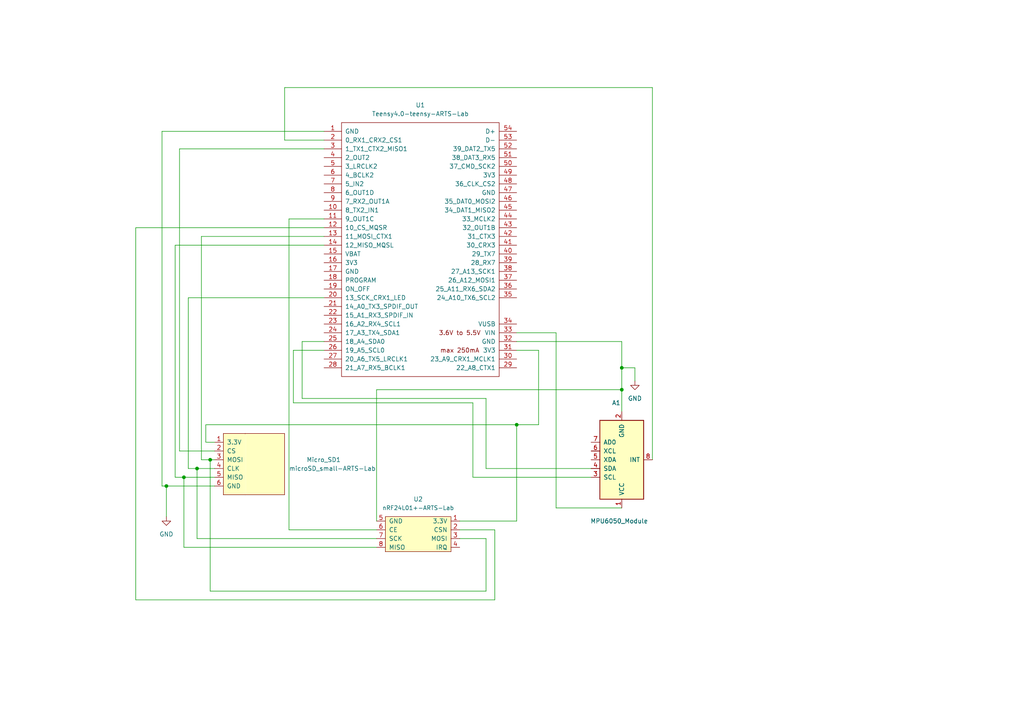
<source format=kicad_sch>
(kicad_sch (version 20230121) (generator eeschema)
  (paper "A4")
  (lib_symbols
    (symbol "Charleslabs_Parts:MPU6050_Module" (pin_names (offset 1.016))
      (property "Reference" "A" (at -5.08 12.7 0))
      (property "Value" "MPU6050_Module" (at 8.89 12.7 0))
      (symbol "MPU6050_Module_0_1"
        (rectangle (start -6.35 11.43) (end 6.35 -11.43) (stroke (width 0.254)) (fill (type background)))
      )
      (symbol "MPU6050_Module_1_1"
        (pin power_in line (at 0 13.97 270) (length 2.54) (name "VCC") (number "1"))
        (pin power_in line (at 0 -13.97 90) (length 2.54) (name "GND") (number "2"))
        (pin input line (at -8.89 5.08 0) (length 2.54) (name "SCL") (number "3"))
        (pin input line (at -8.89 2.54 0) (length 2.54) (name "SDA") (number "4"))
        (pin input line (at -8.89 0 0) (length 2.54) (name "XDA") (number "5"))
        (pin input line (at -8.89 -2.54 0) (length 2.54) (name "XCL") (number "6"))
        (pin input line (at -8.89 -5.08 0) (length 2.54) (name "AD0") (number "7"))
        (pin output line (at 8.89 0 180) (length 2.54) (name "INT") (number "8"))
      )
    )
    (symbol "Vibration_Sensor-rescue:Teensy4.0-teensy-ARTS-Lab" (pin_names (offset 1.016))
      (property "Reference" "U" (at 0 39.37 0))
      (property "Value" "Teensy4.0-teensy-ARTS-Lab" (at 0 -39.37 0))
      (symbol "Teensy4.0-teensy-ARTS-Lab_0_0"
        (text "3.6V to 5.5V" (at 11.43 -24.13 0) (effects (font (size 1.27 1.27))))
        (text "max 250mA" (at 11.43 -29.21 0) (effects (font (size 1.27 1.27))))
        (pin bidirectional line (at -27.94 11.43 0) (length 5.08) (name "8_TX2_IN1") (number "10"))
        (pin bidirectional line (at -27.94 8.89 0) (length 5.08) (name "9_OUT1C") (number "11"))
        (pin bidirectional line (at -27.94 6.35 0) (length 5.08) (name "10_CS_MQSR") (number "12"))
        (pin bidirectional line (at -27.94 3.81 0) (length 5.08) (name "11_MOSI_CTX1") (number "13"))
        (pin bidirectional line (at -27.94 1.27 0) (length 5.08) (name "12_MISO_MQSL") (number "14"))
        (pin power_in line (at -27.94 -1.27 0) (length 5.08) (name "VBAT") (number "15"))
        (pin power_in line (at -27.94 -3.81 0) (length 5.08) (name "3V3") (number "16"))
        (pin power_in line (at -27.94 -6.35 0) (length 5.08) (name "GND") (number "17"))
        (pin input line (at -27.94 -8.89 0) (length 5.08) (name "PROGRAM") (number "18"))
        (pin input line (at -27.94 -11.43 0) (length 5.08) (name "ON_OFF") (number "19"))
        (pin bidirectional line (at -27.94 -13.97 0) (length 5.08) (name "13_SCK_CRX1_LED") (number "20"))
        (pin bidirectional line (at -27.94 -16.51 0) (length 5.08) (name "14_A0_TX3_SPDIF_OUT") (number "21"))
        (pin bidirectional line (at -27.94 -19.05 0) (length 5.08) (name "15_A1_RX3_SPDIF_IN") (number "22"))
        (pin bidirectional line (at -27.94 -21.59 0) (length 5.08) (name "16_A2_RX4_SCL1") (number "23"))
        (pin bidirectional line (at -27.94 -24.13 0) (length 5.08) (name "17_A3_TX4_SDA1") (number "24"))
        (pin bidirectional line (at -27.94 -26.67 0) (length 5.08) (name "18_A4_SDA0") (number "25"))
        (pin bidirectional line (at -27.94 -29.21 0) (length 5.08) (name "19_A5_SCL0") (number "26"))
        (pin bidirectional line (at -27.94 -31.75 0) (length 5.08) (name "20_A6_TX5_LRCLK1") (number "27"))
        (pin bidirectional line (at -27.94 -34.29 0) (length 5.08) (name "21_A7_RX5_BCLK1") (number "28"))
        (pin bidirectional line (at 27.94 -34.29 180) (length 5.08) (name "22_A8_CTX1") (number "29"))
        (pin bidirectional line (at 27.94 -31.75 180) (length 5.08) (name "23_A9_CRX1_MCLK1") (number "30"))
        (pin power_out line (at 27.94 -29.21 180) (length 5.08) (name "3V3") (number "31"))
        (pin power_in line (at 27.94 -26.67 180) (length 5.08) (name "GND") (number "32"))
        (pin power_in line (at 27.94 -24.13 180) (length 5.08) (name "VIN") (number "33"))
        (pin power_out line (at 27.94 -21.59 180) (length 5.08) (name "VUSB") (number "34"))
        (pin bidirectional line (at 27.94 -13.97 180) (length 5.08) (name "24_A10_TX6_SCL2") (number "35"))
        (pin bidirectional line (at 27.94 -11.43 180) (length 5.08) (name "25_A11_RX6_SDA2") (number "36"))
        (pin bidirectional line (at 27.94 -8.89 180) (length 5.08) (name "26_A12_MOSI1") (number "37"))
        (pin bidirectional line (at 27.94 -6.35 180) (length 5.08) (name "27_A13_SCK1") (number "38"))
        (pin bidirectional line (at 27.94 -3.81 180) (length 5.08) (name "28_RX7") (number "39"))
        (pin bidirectional line (at 27.94 -1.27 180) (length 5.08) (name "29_TX7") (number "40"))
        (pin bidirectional line (at 27.94 1.27 180) (length 5.08) (name "30_CRX3") (number "41"))
        (pin bidirectional line (at 27.94 3.81 180) (length 5.08) (name "31_CTX3") (number "42"))
        (pin bidirectional line (at 27.94 6.35 180) (length 5.08) (name "32_OUT1B") (number "43"))
        (pin bidirectional line (at 27.94 8.89 180) (length 5.08) (name "33_MCLK2") (number "44"))
        (pin bidirectional line (at 27.94 11.43 180) (length 5.08) (name "34_DAT1_MISO2") (number "45"))
        (pin bidirectional line (at 27.94 13.97 180) (length 5.08) (name "35_DAT0_MOSI2") (number "46"))
        (pin power_out line (at 27.94 16.51 180) (length 5.08) (name "GND") (number "47"))
        (pin bidirectional line (at 27.94 19.05 180) (length 5.08) (name "36_CLK_CS2") (number "48"))
        (pin power_out line (at 27.94 21.59 180) (length 5.08) (name "3V3") (number "49"))
        (pin bidirectional line (at -27.94 24.13 0) (length 5.08) (name "3_LRCLK2") (number "5"))
        (pin bidirectional line (at 27.94 24.13 180) (length 5.08) (name "37_CMD_SCK2") (number "50"))
        (pin bidirectional line (at 27.94 26.67 180) (length 5.08) (name "38_DAT3_RX5") (number "51"))
        (pin bidirectional line (at 27.94 29.21 180) (length 5.08) (name "39_DAT2_TX5") (number "52"))
        (pin bidirectional line (at 27.94 31.75 180) (length 5.08) (name "D-") (number "53"))
        (pin bidirectional line (at 27.94 34.29 180) (length 5.08) (name "D+") (number "54"))
        (pin bidirectional line (at -27.94 21.59 0) (length 5.08) (name "4_BCLK2") (number "6"))
        (pin bidirectional line (at -27.94 19.05 0) (length 5.08) (name "5_IN2") (number "7"))
        (pin bidirectional line (at -27.94 16.51 0) (length 5.08) (name "6_OUT1D") (number "8"))
        (pin bidirectional line (at -27.94 13.97 0) (length 5.08) (name "7_RX2_OUT1A") (number "9"))
      )
      (symbol "Teensy4.0-teensy-ARTS-Lab_0_1"
        (rectangle (start -22.86 36.83) (end 22.86 -36.83))
        (rectangle (start -20.32 -31.75) (end -20.32 -31.75))
      )
      (symbol "Teensy4.0-teensy-ARTS-Lab_1_1"
        (pin power_in line (at -27.94 34.29 0) (length 5.08) (name "GND") (number "1"))
        (pin bidirectional line (at -27.94 31.75 0) (length 5.08) (name "0_RX1_CRX2_CS1") (number "2"))
        (pin bidirectional line (at -27.94 29.21 0) (length 5.08) (name "1_TX1_CTX2_MISO1") (number "3"))
        (pin bidirectional line (at -27.94 26.67 0) (length 5.08) (name "2_OUT2") (number "4"))
      )
    )
    (symbol "Vibration_Sensor-rescue:microSD_small-ARTS-Lab" (pin_names (offset 1.016))
      (property "Reference" "Micro_SD" (at 0 -7.62 0))
      (property "Value" "microSD_small-ARTS-Lab" (at 0 -3.81 0))
      (symbol "microSD_small-ARTS-Lab_0_1"
        (polyline (pts (xy -8.89 -11.43) (xy -8.89 -17.78) (xy 8.89 -17.78) (xy 8.89 -11.43)) (fill (type background)))
        (polyline (pts (xy -8.89 -11.43) (xy -8.89 0) (xy 8.89 0) (xy 8.89 -11.43)) (fill (type background)))
      )
      (symbol "microSD_small-ARTS-Lab_1_1"
        (pin input line (at -6.35 -20.32 90) (length 2.54) (name "3.3V") (number "1"))
        (pin input line (at -3.81 -20.32 90) (length 2.54) (name "CS") (number "2"))
        (pin input line (at -1.27 -20.32 90) (length 2.54) (name "MOSI") (number "3"))
        (pin input line (at 1.27 -20.32 90) (length 2.54) (name "CLK") (number "4"))
        (pin input line (at 3.81 -20.32 90) (length 2.54) (name "MISO") (number "5"))
        (pin input line (at 6.35 -20.32 90) (length 2.54) (name "GND") (number "6"))
      )
    )
    (symbol "Vibration_Sensor-rescue:nRF24L01+-ARTS-Lab" (pin_names (offset 1.016))
      (property "Reference" "U" (at 0 -12.7 0))
      (property "Value" "nRF24L01+-ARTS-Lab" (at 1.27 -10.16 0))
      (symbol "nRF24L01+-ARTS-Lab_0_1"
        (rectangle (start -3.81 0) (end 6.35 -19.05) (fill (type background)))
      )
      (symbol "nRF24L01+-ARTS-Lab_1_1"
        (pin input line (at -2.54 2.54 270) (length 2.54) (name "3.3V") (number "1"))
        (pin input line (at 0 2.54 270) (length 2.54) (name "CSN") (number "2"))
        (pin input line (at 2.54 2.54 270) (length 2.54) (name "MOSI") (number "3"))
        (pin input line (at 5.08 2.54 270) (length 2.54) (name "IRQ") (number "4"))
        (pin input line (at -2.54 -21.59 90) (length 2.54) (name "GND") (number "5"))
        (pin input line (at 0 -21.59 90) (length 2.54) (name "CE") (number "6"))
        (pin input line (at 2.54 -21.59 90) (length 2.54) (name "SCK") (number "7"))
        (pin input line (at 5.08 -21.59 90) (length 2.54) (name "MISO") (number "8"))
      )
    )
    (symbol "power:GND" (power) (pin_names (offset 0))
      (property "Value" "GND" (at 0 -3.81 0))
      (symbol "GND_0_1"
        (polyline (pts (xy 0 0) (xy 0 -1.27) (xy 1.27 -1.27) (xy 0 -2.54) (xy -1.27 -1.27) (xy 0 -1.27)))
      )
      (symbol "GND_1_1"
        (pin power_in line (at 0 0 270) (length 0) hide (name "GND") (number "1"))
      )
    )
  )
  (junction (at 149.86 123.19))
  (junction (at 60.96 133.35))
  (junction (at 180.34 113.03))
  (junction (at 53.34 138.43))
  (junction (at 48.26 140.97))
  (junction (at 180.34 106.68))
  (junction (at 57.15 135.89))
  (wire (pts (xy 85.09 116.84) (xy 85.09 101.6)))
  (wire (pts (xy 143.51 153.67) (xy 133.35 153.67)))
  (wire (pts (xy 184.15 110.49) (xy 184.15 106.68)))
  (wire (pts (xy 58.42 133.35) (xy 60.96 133.35)))
  (wire (pts (xy 57.15 135.89) (xy 62.23 135.89)))
  (wire (pts (xy 53.34 138.43) (xy 62.23 138.43)))
  (wire (pts (xy 60.96 171.45) (xy 60.96 133.35)))
  (wire (pts (xy 140.97 156.21) (xy 140.97 171.45)))
  (wire (pts (xy 87.63 99.06) (xy 87.63 115.57)))
  (wire (pts (xy 52.07 43.18) (xy 52.07 130.81)))
  (wire (pts (xy 60.96 133.35) (xy 62.23 133.35)))
  (wire (pts (xy 137.16 138.43) (xy 171.45 138.43)))
  (wire (pts (xy 180.34 99.06) (xy 180.34 106.68)))
  (wire (pts (xy 50.8 138.43) (xy 53.34 138.43)))
  (wire (pts (xy 93.98 71.12) (xy 50.8 71.12)))
  (wire (pts (xy 52.07 130.81) (xy 62.23 130.81)))
  (wire (pts (xy 58.42 68.58) (xy 58.42 133.35)))
  (wire (pts (xy 57.15 156.21) (xy 57.15 135.89)))
  (wire (pts (xy 109.22 113.03) (xy 109.22 151.13)))
  (wire (pts (xy 46.99 38.1) (xy 46.99 140.97)))
  (wire (pts (xy 59.69 128.27) (xy 59.69 123.19)))
  (wire (pts (xy 83.82 63.5) (xy 93.98 63.5)))
  (wire (pts (xy 39.37 66.04) (xy 39.37 173.99)))
  (wire (pts (xy 93.98 40.64) (xy 82.55 40.64)))
  (wire (pts (xy 140.97 115.57) (xy 140.97 135.89)))
  (wire (pts (xy 109.22 153.67) (xy 83.82 153.67)))
  (wire (pts (xy 93.98 86.36) (xy 54.61 86.36)))
  (wire (pts (xy 85.09 101.6) (xy 93.98 101.6)))
  (wire (pts (xy 60.96 171.45) (xy 140.97 171.45)))
  (wire (pts (xy 54.61 135.89) (xy 57.15 135.89)))
  (wire (pts (xy 137.16 138.43) (xy 137.16 116.84)))
  (wire (pts (xy 54.61 86.36) (xy 54.61 135.89)))
  (wire (pts (xy 93.98 68.58) (xy 58.42 68.58)))
  (wire (pts (xy 82.55 40.64) (xy 82.55 25.4)))
  (wire (pts (xy 140.97 135.89) (xy 171.45 135.89)))
  (wire (pts (xy 83.82 153.67) (xy 83.82 63.5)))
  (wire (pts (xy 189.23 25.4) (xy 189.23 133.35)))
  (wire (pts (xy 133.35 156.21) (xy 140.97 156.21)))
  (wire (pts (xy 53.34 138.43) (xy 53.34 158.75)))
  (wire (pts (xy 48.26 140.97) (xy 48.26 149.86)))
  (wire (pts (xy 93.98 66.04) (xy 39.37 66.04)))
  (wire (pts (xy 109.22 158.75) (xy 53.34 158.75)))
  (wire (pts (xy 149.86 99.06) (xy 180.34 99.06)))
  (wire (pts (xy 93.98 43.18) (xy 52.07 43.18)))
  (wire (pts (xy 156.21 101.6) (xy 156.21 123.19)))
  (wire (pts (xy 149.86 101.6) (xy 156.21 101.6)))
  (wire (pts (xy 161.29 96.52) (xy 161.29 147.32)))
  (wire (pts (xy 46.99 140.97) (xy 48.26 140.97)))
  (wire (pts (xy 48.26 140.97) (xy 62.23 140.97)))
  (wire (pts (xy 184.15 106.68) (xy 180.34 106.68)))
  (wire (pts (xy 180.34 106.68) (xy 180.34 113.03)))
  (wire (pts (xy 82.55 25.4) (xy 189.23 25.4)))
  (wire (pts (xy 156.21 123.19) (xy 149.86 123.19)))
  (wire (pts (xy 149.86 96.52) (xy 161.29 96.52)))
  (wire (pts (xy 161.29 147.32) (xy 180.34 147.32)))
  (wire (pts (xy 93.98 38.1) (xy 46.99 38.1)))
  (wire (pts (xy 93.98 99.06) (xy 87.63 99.06)))
  (wire (pts (xy 59.69 123.19) (xy 149.86 123.19)))
  (wire (pts (xy 50.8 71.12) (xy 50.8 138.43)))
  (wire (pts (xy 87.63 115.57) (xy 140.97 115.57)))
  (wire (pts (xy 133.35 151.13) (xy 149.86 151.13)))
  (wire (pts (xy 137.16 116.84) (xy 85.09 116.84)))
  (wire (pts (xy 62.23 128.27) (xy 59.69 128.27)))
  (wire (pts (xy 143.51 173.99) (xy 143.51 153.67)))
  (wire (pts (xy 149.86 123.19) (xy 149.86 151.13)))
  (wire (pts (xy 180.34 113.03) (xy 180.34 119.38)))
  (wire (pts (xy 109.22 113.03) (xy 180.34 113.03)))
  (wire (pts (xy 109.22 156.21) (xy 57.15 156.21)))
  (wire (pts (xy 39.37 173.99) (xy 143.51 173.99)))
  (symbol (lib_id "Vibration_Sensor-rescue:microSD_small-ARTS-Lab") (at 82.55 134.62 270) (unit 1)
    (property "Reference" "Micro_SD1" (at 88.9 133.35 90) (effects (justify left)))
    (property "Value" "microSD_small-ARTS-Lab" (at 83.82 135.89 90) (effects (justify left)))
    (property "Footprint" "Arts:small_microSD_sensor_package_edit" (effects hide))
  )
  (symbol (lib_id "Charleslabs_Parts:MPU6050_Module") (at 180.34 133.35 0) (mirror x) (unit 1)
    (property "Reference" "A1" (at 179.9941 116.84 0) (effects (justify right)))
    (property "Value" "MPU6050_Module" (at 187.96 151.13 0) (effects (justify right)))
    (property "Footprint" "Stuff:MPU6050_Sensor_package_edit" (effects hide))
  )
  (symbol (lib_id "power:GND") (at 184.15 110.49 0) (unit 1)
    (property "Reference" "#PWR02" (effects hide))
    (property "Value" "GND" (at 184.15 115.57 0))
  )
  (symbol (lib_id "Vibration_Sensor-rescue:nRF24L01+-ARTS-Lab") (at 130.81 153.67 270) (unit 1)
    (property "Reference" "U2" (at 121.285 144.78 90))
    (property "Value" "nRF24L01+-ARTS-Lab" (at 121.285 147.32 90) (effects (font (size 1.1938 1.1938))))
    (property "Footprint" "Arts:nRF24L01+_sensor_package_edit_V0_2" (effects hide))
  )
  (symbol (lib_id "power:GND") (at 48.26 149.86 0) (unit 1)
    (property "Reference" "#PWR01" (effects hide))
    (property "Value" "GND" (at 48.26 154.94 0))
  )
  (symbol (lib_id "Vibration_Sensor-rescue:Teensy4.0-teensy-ARTS-Lab") (at 121.92 72.39 0) (unit 1)
    (property "Reference" "U1" (at 121.92 30.48 0))
    (property "Value" "Teensy4.0-teensy-ARTS-Lab" (at 121.92 33.02 0))
    (property "Footprint" "Arts:Teensy40_sensor_package_edit" (effects hide))
  )
)
</source>
